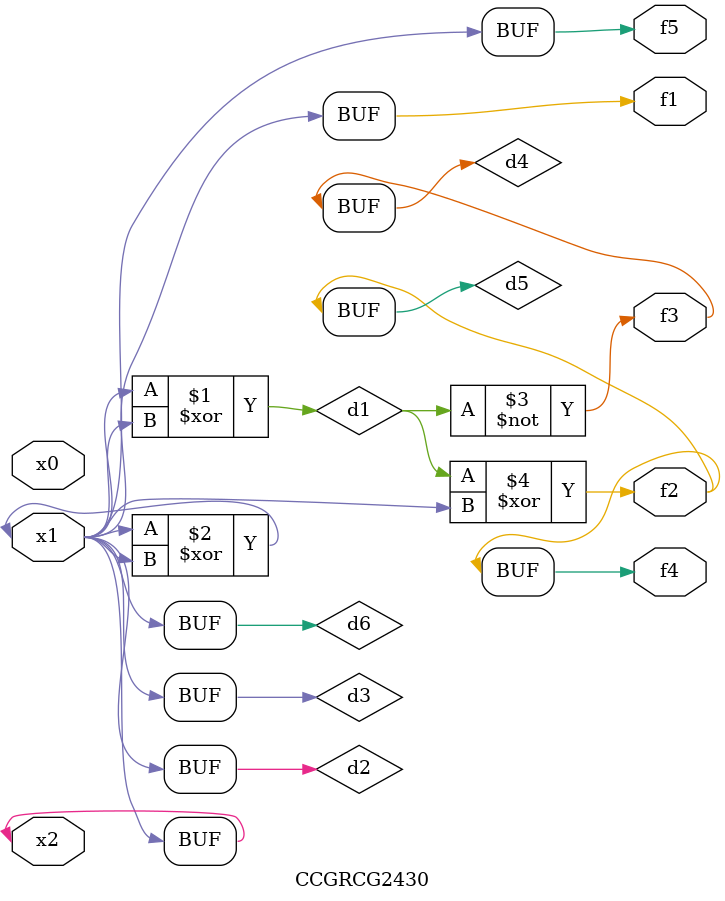
<source format=v>
module CCGRCG2430(
	input x0, x1, x2,
	output f1, f2, f3, f4, f5
);

	wire d1, d2, d3, d4, d5, d6;

	xor (d1, x1, x2);
	buf (d2, x1, x2);
	xor (d3, x1, x2);
	nor (d4, d1);
	xor (d5, d1, d2);
	buf (d6, d2, d3);
	assign f1 = d6;
	assign f2 = d5;
	assign f3 = d4;
	assign f4 = d5;
	assign f5 = d6;
endmodule

</source>
